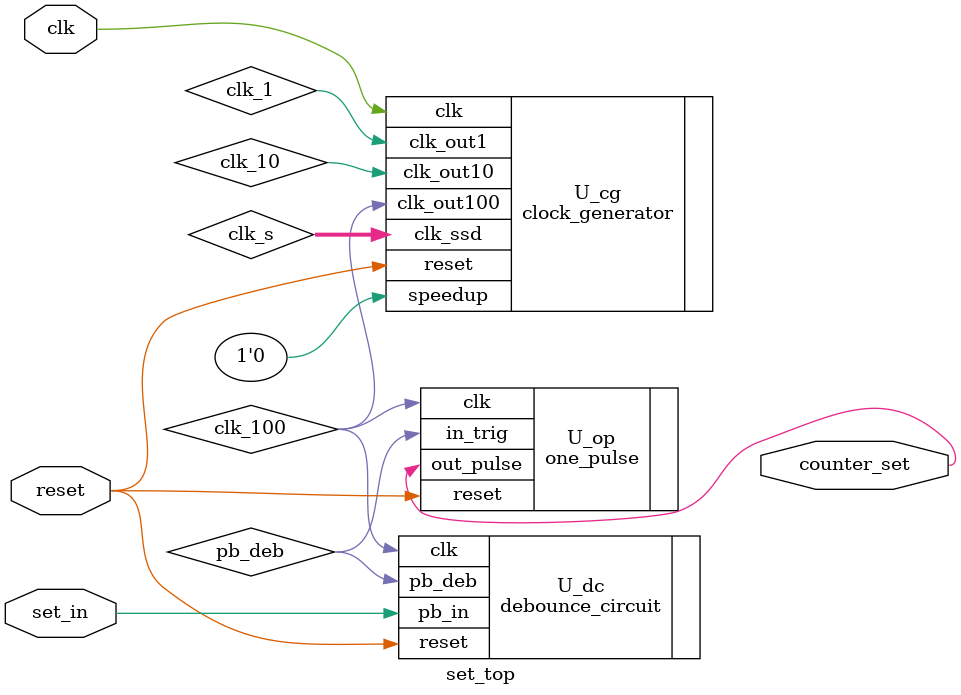
<source format=v>
module set_top(
    clk, // Clock from crystal
    reset, //active low reset
    set_in, //push button input
    counter_set
);
// Declare I/Os
input clk; // Clock from crystal
input reset; //active low reset
input set_in; //push button input
output counter_set;
// Declare internal nodes
wire [1:0] clk_s;
wire pb_deb, clk_1, clk_10, clk_100, one_in; // push button debounced out
// Clock generator module
clock_generator U_cg(
    .clk(clk), // clock from crystal
    .reset(reset), // active low reset
    .speedup(1'b0),
    .clk_out1(clk_1), // generated 1 Hz clock
    .clk_out10(clk_10),
    .clk_out100(clk_100), // generated 100 Hz clock
    .clk_ssd(clk_s)
);
// debounce circuit
debounce_circuit U_dc(
    .clk(clk_100), // clock control
    .reset(reset), // reset
    .pb_in(set_in), //push button input
    .pb_deb(pb_deb) // debounced push button out
);
   // 1 pulse generation circuit
one_pulse U_op(
   .clk(clk_100), // clock input
   .reset(reset), //active low reset
   .in_trig(pb_deb), // input trigger
   .out_pulse(counter_set) // output one pulse
);
endmodule
   
</source>
